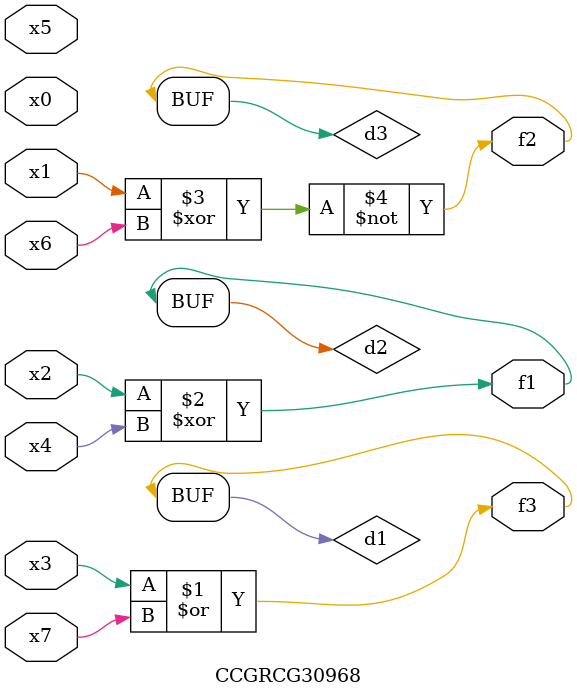
<source format=v>
module CCGRCG30968(
	input x0, x1, x2, x3, x4, x5, x6, x7,
	output f1, f2, f3
);

	wire d1, d2, d3;

	or (d1, x3, x7);
	xor (d2, x2, x4);
	xnor (d3, x1, x6);
	assign f1 = d2;
	assign f2 = d3;
	assign f3 = d1;
endmodule

</source>
